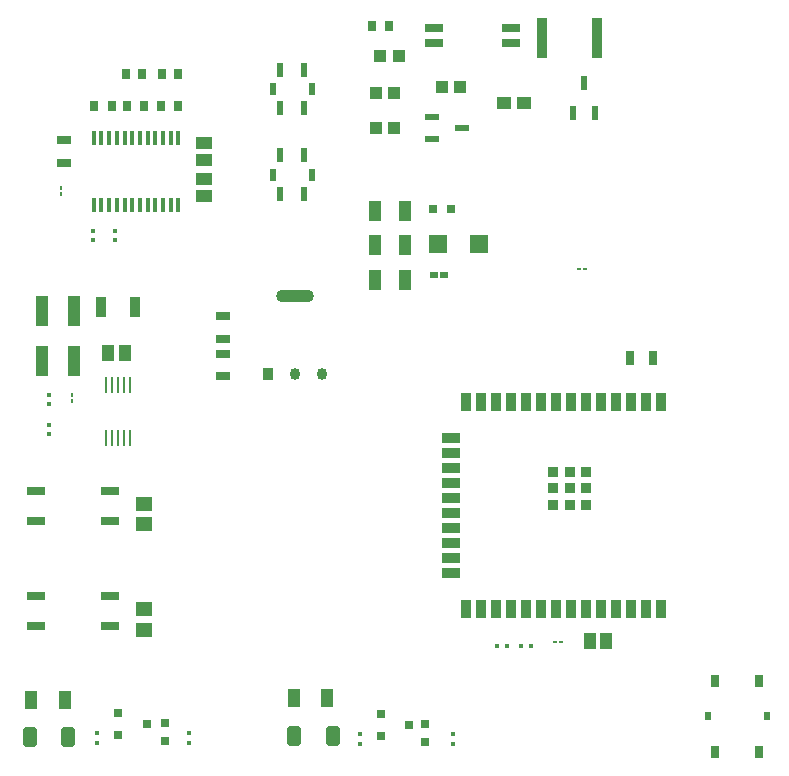
<source format=gtp>
G04*
G04 #@! TF.GenerationSoftware,Altium Limited,Altium Designer,22.1.2 (22)*
G04*
G04 Layer_Color=8421504*
%FSLAX25Y25*%
%MOIN*%
G70*
G04*
G04 #@! TF.SameCoordinates,9BB02E8B-A7E0-4FF3-B7F6-0A232C0EF0B8*
G04*
G04*
G04 #@! TF.FilePolarity,Positive*
G04*
G01*
G75*
%ADD19R,0.02756X0.03937*%
%ADD20R,0.02362X0.02756*%
%ADD21R,0.03958X0.03961*%
%ADD22R,0.03740X0.06693*%
%ADD23R,0.05118X0.02756*%
%ADD24R,0.05906X0.05906*%
%ADD25R,0.01394X0.01034*%
%ADD26R,0.02362X0.04724*%
%ADD27R,0.01772X0.01772*%
%ADD28R,0.03347X0.13504*%
%ADD29R,0.04724X0.02362*%
%ADD30R,0.04134X0.07087*%
%ADD31R,0.04528X0.04134*%
%ADD32R,0.04331X0.06496*%
%ADD33R,0.05315X0.04331*%
%ADD34R,0.02362X0.04921*%
%ADD35R,0.01968X0.03937*%
%ADD36R,0.04331X0.05315*%
G04:AMPARAMS|DCode=37|XSize=44.88mil|YSize=64.17mil|CornerRadius=5.61mil|HoleSize=0mil|Usage=FLASHONLY|Rotation=180.000|XOffset=0mil|YOffset=0mil|HoleType=Round|Shape=RoundedRectangle|*
%AMROUNDEDRECTD37*
21,1,0.04488,0.05295,0,0,180.0*
21,1,0.03366,0.06417,0,0,180.0*
1,1,0.01122,-0.01683,0.02648*
1,1,0.01122,0.01683,0.02648*
1,1,0.01122,0.01683,-0.02648*
1,1,0.01122,-0.01683,-0.02648*
%
%ADD37ROUNDEDRECTD37*%
%ADD38R,0.03150X0.03150*%
%ADD39R,0.02756X0.01968*%
%ADD40R,0.01772X0.01772*%
G04:AMPARAMS|DCode=41|XSize=39.54mil|YSize=125.28mil|CornerRadius=17.2mil|HoleSize=0mil|Usage=FLASHONLY|Rotation=90.000|XOffset=0mil|YOffset=0mil|HoleType=Round|Shape=RoundedRectangle|*
%AMROUNDEDRECTD41*
21,1,0.03954,0.09088,0,0,90.0*
21,1,0.00514,0.12528,0,0,90.0*
1,1,0.03440,0.04544,0.00257*
1,1,0.03440,0.04544,-0.00257*
1,1,0.03440,-0.04544,-0.00257*
1,1,0.03440,-0.04544,0.00257*
%
%ADD41ROUNDEDRECTD41*%
G04:AMPARAMS|DCode=42|XSize=39.54mil|YSize=34.34mil|CornerRadius=17.17mil|HoleSize=0mil|Usage=FLASHONLY|Rotation=90.000|XOffset=0mil|YOffset=0mil|HoleType=Round|Shape=RoundedRectangle|*
%AMROUNDEDRECTD42*
21,1,0.03954,0.00000,0,0,90.0*
21,1,0.00520,0.03434,0,0,90.0*
1,1,0.03434,0.00000,0.00260*
1,1,0.03434,0.00000,-0.00260*
1,1,0.03434,0.00000,-0.00260*
1,1,0.03434,0.00000,0.00260*
%
%ADD42ROUNDEDRECTD42*%
%ADD43R,0.03434X0.03954*%
%ADD44R,0.03150X0.03150*%
%ADD45R,0.01034X0.01394*%
%ADD46R,0.01100X0.05250*%
%ADD47R,0.02559X0.03543*%
%ADD48R,0.03150X0.03740*%
%ADD49R,0.04134X0.10236*%
%ADD50R,0.05709X0.04528*%
%ADD51R,0.06496X0.02756*%
G04:AMPARAMS|DCode=52|XSize=15.75mil|YSize=47.24mil|CornerRadius=1.97mil|HoleSize=0mil|Usage=FLASHONLY|Rotation=180.000|XOffset=0mil|YOffset=0mil|HoleType=Round|Shape=RoundedRectangle|*
%AMROUNDEDRECTD52*
21,1,0.01575,0.04331,0,0,180.0*
21,1,0.01181,0.04724,0,0,180.0*
1,1,0.00394,-0.00591,0.02165*
1,1,0.00394,0.00591,0.02165*
1,1,0.00394,0.00591,-0.02165*
1,1,0.00394,-0.00591,-0.02165*
%
%ADD52ROUNDEDRECTD52*%
%ADD53R,0.06102X0.02559*%
%ADD54R,0.02756X0.05118*%
%ADD55R,0.03543X0.03543*%
%ADD56R,0.03543X0.05906*%
%ADD57R,0.05906X0.03543*%
%ADD58R,0.04469X0.04182*%
D19*
X377126Y233811D02*
D03*
Y210189D02*
D03*
X362559Y233811D02*
D03*
Y210189D02*
D03*
D20*
X379685Y222000D02*
D03*
X360000D02*
D03*
D21*
X277455Y431679D02*
D03*
X271545D02*
D03*
X255459Y429764D02*
D03*
X249550D02*
D03*
X255459Y418000D02*
D03*
X249550D02*
D03*
D22*
X157988Y358228D02*
D03*
X169012D02*
D03*
D23*
X145500Y406520D02*
D03*
Y414000D02*
D03*
X198500Y335260D02*
D03*
Y342740D02*
D03*
Y347760D02*
D03*
Y355240D02*
D03*
D24*
X270110Y379500D02*
D03*
X283890D02*
D03*
D25*
X308999Y246665D02*
D03*
X311001D02*
D03*
X319000Y371000D02*
D03*
X316998D02*
D03*
D26*
X318823Y432921D02*
D03*
X322563Y423079D02*
D03*
X315083D02*
D03*
D27*
X289925Y245228D02*
D03*
X293075D02*
D03*
X297925D02*
D03*
X301075D02*
D03*
D28*
X323055Y448000D02*
D03*
X304945D02*
D03*
D29*
X278043Y418000D02*
D03*
X268201Y414260D02*
D03*
Y421740D02*
D03*
D30*
X259087Y379000D02*
D03*
X249048D02*
D03*
X259087Y390500D02*
D03*
X249048D02*
D03*
X259087Y367500D02*
D03*
X249048D02*
D03*
D31*
X292154Y426500D02*
D03*
X298846D02*
D03*
D32*
X134465Y227500D02*
D03*
X145685D02*
D03*
X222008Y228000D02*
D03*
X233228D02*
D03*
D33*
X192000Y395449D02*
D03*
Y400961D02*
D03*
Y407449D02*
D03*
Y412961D02*
D03*
D34*
X217563Y424602D02*
D03*
Y437398D02*
D03*
X225437Y424602D02*
D03*
Y437398D02*
D03*
X217563Y396102D02*
D03*
Y408898D02*
D03*
X225437Y396102D02*
D03*
Y408898D02*
D03*
D35*
X215004Y431000D02*
D03*
X227996D02*
D03*
X215004Y402500D02*
D03*
X227996D02*
D03*
D36*
X165756Y343000D02*
D03*
X160244D02*
D03*
X320744Y247000D02*
D03*
X326256D02*
D03*
D37*
X222087Y215500D02*
D03*
X235000D02*
D03*
X134043Y215000D02*
D03*
X146957D02*
D03*
D38*
X274453Y391000D02*
D03*
X268547D02*
D03*
X260622Y219000D02*
D03*
X251174Y215260D02*
D03*
Y222740D02*
D03*
X173096Y219386D02*
D03*
X163648Y215646D02*
D03*
Y223126D02*
D03*
D39*
X272272Y369000D02*
D03*
X268728D02*
D03*
D40*
X156500Y216327D02*
D03*
Y213177D02*
D03*
X187000D02*
D03*
Y216327D02*
D03*
X140500Y325925D02*
D03*
Y329075D02*
D03*
X155000Y380630D02*
D03*
Y383780D02*
D03*
X162500D02*
D03*
Y380630D02*
D03*
X275000Y212791D02*
D03*
Y215941D02*
D03*
X244000Y212791D02*
D03*
Y215941D02*
D03*
X140500Y315925D02*
D03*
Y319075D02*
D03*
D41*
X222500Y361972D02*
D03*
D42*
X231516Y336028D02*
D03*
X222500D02*
D03*
D43*
X213484D02*
D03*
D44*
X179000Y213866D02*
D03*
Y219772D02*
D03*
X265848Y213480D02*
D03*
Y219386D02*
D03*
D45*
X148000Y326999D02*
D03*
Y329001D02*
D03*
X144575Y395999D02*
D03*
Y398001D02*
D03*
D46*
X159562Y332225D02*
D03*
X161531D02*
D03*
X163500D02*
D03*
X165469D02*
D03*
X167438D02*
D03*
Y314775D02*
D03*
X165469D02*
D03*
X163500D02*
D03*
X161531D02*
D03*
X159562D02*
D03*
D47*
X183650Y425500D02*
D03*
X177941D02*
D03*
X172150D02*
D03*
X166441D02*
D03*
X155646D02*
D03*
X161354D02*
D03*
X253969Y452000D02*
D03*
X248260D02*
D03*
D48*
X166138Y436000D02*
D03*
X171453D02*
D03*
X178288D02*
D03*
X183603D02*
D03*
D49*
X138283Y357146D02*
D03*
X148717D02*
D03*
X138283Y340539D02*
D03*
X148717D02*
D03*
D50*
X172000Y292791D02*
D03*
Y285902D02*
D03*
Y257752D02*
D03*
Y250862D02*
D03*
D51*
X136098Y287201D02*
D03*
Y297201D02*
D03*
X160902D02*
D03*
Y287201D02*
D03*
X136098Y252161D02*
D03*
Y262161D02*
D03*
X160902D02*
D03*
Y252161D02*
D03*
D52*
X183575Y414720D02*
D03*
X181016D02*
D03*
X178457D02*
D03*
X175898D02*
D03*
X173339D02*
D03*
X170780D02*
D03*
X168220D02*
D03*
X165661D02*
D03*
X163102D02*
D03*
X160543D02*
D03*
X157984D02*
D03*
X155425D02*
D03*
X183575Y392280D02*
D03*
X181016D02*
D03*
X178457D02*
D03*
X175898D02*
D03*
X173339D02*
D03*
X170780D02*
D03*
X168220D02*
D03*
X165661D02*
D03*
X163102D02*
D03*
X160543D02*
D03*
X157984D02*
D03*
X155425D02*
D03*
D53*
X268890Y451500D02*
D03*
Y446500D02*
D03*
X294480D02*
D03*
Y451500D02*
D03*
D54*
X341740Y341500D02*
D03*
X334260D02*
D03*
D55*
X308488Y292500D02*
D03*
Y298012D02*
D03*
Y303524D02*
D03*
X314000Y292500D02*
D03*
Y298012D02*
D03*
Y303524D02*
D03*
X319512Y292500D02*
D03*
Y298012D02*
D03*
Y303524D02*
D03*
D56*
X344394Y257657D02*
D03*
X339394D02*
D03*
X334394D02*
D03*
X329394D02*
D03*
X324394D02*
D03*
X319394D02*
D03*
X314394D02*
D03*
X309394D02*
D03*
X304394D02*
D03*
X299394D02*
D03*
X294394D02*
D03*
X289394D02*
D03*
X284394D02*
D03*
X279394D02*
D03*
Y326555D02*
D03*
X284394D02*
D03*
X289394D02*
D03*
X294394D02*
D03*
X299394D02*
D03*
X304394D02*
D03*
X309394D02*
D03*
X314394D02*
D03*
X319394D02*
D03*
X324394D02*
D03*
X329394D02*
D03*
X334394D02*
D03*
X339394D02*
D03*
X344394D02*
D03*
D57*
X274472Y269587D02*
D03*
Y274587D02*
D03*
Y279587D02*
D03*
Y284587D02*
D03*
Y289587D02*
D03*
Y294587D02*
D03*
Y299587D02*
D03*
Y304587D02*
D03*
Y309587D02*
D03*
Y314587D02*
D03*
D58*
X257210Y442032D02*
D03*
X250790D02*
D03*
M02*

</source>
